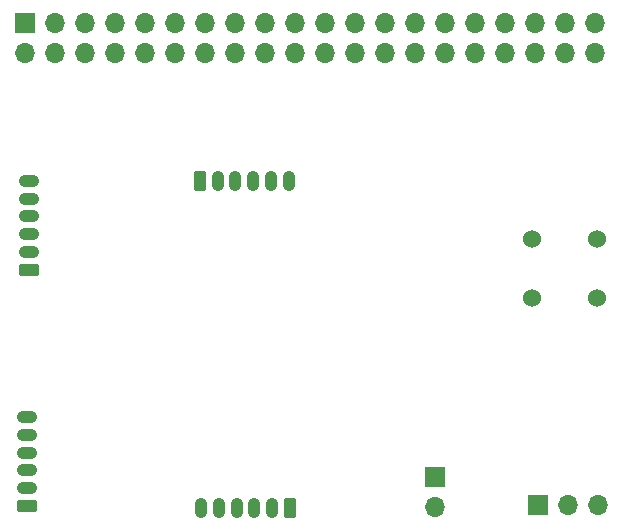
<source format=gbr>
%TF.GenerationSoftware,KiCad,Pcbnew,8.0.1*%
%TF.CreationDate,2024-09-05T17:17:53+09:00*%
%TF.ProjectId,Test2,54657374-322e-46b6-9963-61645f706362,rev?*%
%TF.SameCoordinates,Original*%
%TF.FileFunction,Soldermask,Bot*%
%TF.FilePolarity,Negative*%
%FSLAX46Y46*%
G04 Gerber Fmt 4.6, Leading zero omitted, Abs format (unit mm)*
G04 Created by KiCad (PCBNEW 8.0.1) date 2024-09-05 17:17:53*
%MOMM*%
%LPD*%
G01*
G04 APERTURE LIST*
G04 Aperture macros list*
%AMRoundRect*
0 Rectangle with rounded corners*
0 $1 Rounding radius*
0 $2 $3 $4 $5 $6 $7 $8 $9 X,Y pos of 4 corners*
0 Add a 4 corners polygon primitive as box body*
4,1,4,$2,$3,$4,$5,$6,$7,$8,$9,$2,$3,0*
0 Add four circle primitives for the rounded corners*
1,1,$1+$1,$2,$3*
1,1,$1+$1,$4,$5*
1,1,$1+$1,$6,$7*
1,1,$1+$1,$8,$9*
0 Add four rect primitives between the rounded corners*
20,1,$1+$1,$2,$3,$4,$5,0*
20,1,$1+$1,$4,$5,$6,$7,0*
20,1,$1+$1,$6,$7,$8,$9,0*
20,1,$1+$1,$8,$9,$2,$3,0*%
G04 Aperture macros list end*
%ADD10R,1.700000X1.700000*%
%ADD11O,1.700000X1.700000*%
%ADD12RoundRect,0.250000X0.615000X-0.265000X0.615000X0.265000X-0.615000X0.265000X-0.615000X-0.265000X0*%
%ADD13O,1.730000X1.030000*%
%ADD14C,1.524000*%
%ADD15RoundRect,0.250000X-0.265000X-0.615000X0.265000X-0.615000X0.265000X0.615000X-0.265000X0.615000X0*%
%ADD16O,1.030000X1.730000*%
%ADD17RoundRect,0.250000X0.265000X0.615000X-0.265000X0.615000X-0.265000X-0.615000X0.265000X-0.615000X0*%
G04 APERTURE END LIST*
D10*
%TO.C,J6*%
X131800000Y-125600000D03*
D11*
X131800000Y-128140000D03*
%TD*%
D10*
%TO.C,J1*%
X97080000Y-87100000D03*
D11*
X97080000Y-89640000D03*
X99620000Y-87100000D03*
X99620000Y-89640000D03*
X102160000Y-87100000D03*
X102160000Y-89640000D03*
X104700000Y-87100000D03*
X104700000Y-89640000D03*
X107240000Y-87100000D03*
X107240000Y-89640000D03*
X109780000Y-87100000D03*
X109780000Y-89640000D03*
X112320000Y-87100000D03*
X112320000Y-89640000D03*
X114860000Y-87100000D03*
X114860000Y-89640000D03*
X117400000Y-87100000D03*
X117400000Y-89640000D03*
X119940000Y-87100000D03*
X119940000Y-89640000D03*
X122480000Y-87100000D03*
X122480000Y-89640000D03*
X125020000Y-87100000D03*
X125020000Y-89640000D03*
X127560000Y-87100000D03*
X127560000Y-89640000D03*
X130100000Y-87100000D03*
X130100000Y-89640000D03*
X132640000Y-87100000D03*
X132640000Y-89640000D03*
X135180000Y-87100000D03*
X135180000Y-89640000D03*
X137720000Y-87100000D03*
X137720000Y-89640000D03*
X140260000Y-87100000D03*
X140260000Y-89640000D03*
X142800000Y-87100000D03*
X142800000Y-89640000D03*
X145340000Y-87100000D03*
X145340000Y-89640000D03*
%TD*%
D12*
%TO.C,J2*%
X97400000Y-108000000D03*
D13*
X97400000Y-106500000D03*
X97400000Y-105000000D03*
X97400000Y-103500000D03*
X97400000Y-102000000D03*
X97400000Y-100500000D03*
%TD*%
D14*
%TO.C,SW1*%
X140000000Y-105400000D03*
X140000000Y-110400000D03*
X145500000Y-110400000D03*
X145500000Y-105400000D03*
%TD*%
D15*
%TO.C,S1*%
X111900000Y-100500000D03*
D16*
X113400000Y-100500000D03*
X114900000Y-100500000D03*
X116400000Y-100500000D03*
X117900000Y-100500000D03*
X119400000Y-100500000D03*
%TD*%
D17*
%TO.C,J4*%
X119500000Y-128200000D03*
D16*
X118000000Y-128200000D03*
X116500000Y-128200000D03*
X115000000Y-128200000D03*
X113500000Y-128200000D03*
X112000000Y-128200000D03*
%TD*%
D10*
%TO.C,M1*%
X140560000Y-127900000D03*
D11*
X143100000Y-127900000D03*
X145640000Y-127900000D03*
%TD*%
D12*
%TO.C,J3*%
X97300000Y-128000000D03*
D13*
X97300000Y-126500000D03*
X97300000Y-125000000D03*
X97300000Y-123500000D03*
X97300000Y-122000000D03*
X97300000Y-120500000D03*
%TD*%
M02*

</source>
